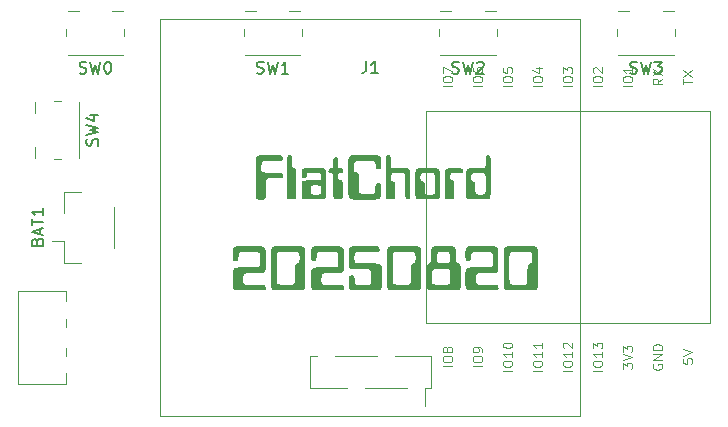
<source format=gbr>
%TF.GenerationSoftware,KiCad,Pcbnew,9.0.0*%
%TF.CreationDate,2025-08-20T16:33:56-07:00*%
%TF.ProjectId,flatchord,666c6174-6368-46f7-9264-2e6b69636164,rev?*%
%TF.SameCoordinates,Original*%
%TF.FileFunction,Legend,Top*%
%TF.FilePolarity,Positive*%
%FSLAX46Y46*%
G04 Gerber Fmt 4.6, Leading zero omitted, Abs format (unit mm)*
G04 Created by KiCad (PCBNEW 9.0.0) date 2025-08-20 16:33:56*
%MOMM*%
%LPD*%
G01*
G04 APERTURE LIST*
%ADD10C,0.300000*%
%ADD11C,0.120000*%
%ADD12C,0.150000*%
%ADD13C,0.100000*%
G04 APERTURE END LIST*
D10*
G36*
X193151605Y-84475966D02*
G01*
X193138833Y-84646116D01*
X193106261Y-84760465D01*
X193059769Y-84834515D01*
X192991043Y-84886376D01*
X192885807Y-84921848D01*
X192729797Y-84935631D01*
X192553944Y-84921947D01*
X192437389Y-84887202D01*
X192363189Y-84837690D01*
X192312610Y-84764711D01*
X192277082Y-84648784D01*
X192263049Y-84472302D01*
X192263049Y-81654228D01*
X192285764Y-81421221D01*
X192318522Y-81336971D01*
X192368806Y-81271988D01*
X192436907Y-81223912D01*
X192528541Y-81191388D01*
X192780111Y-81168429D01*
X194229448Y-81168429D01*
X194388670Y-81187822D01*
X194486277Y-81237013D01*
X194541975Y-81311426D01*
X194561863Y-81419023D01*
X194541443Y-81530206D01*
X194486392Y-81598785D01*
X194397039Y-81637163D01*
X194240683Y-81653007D01*
X193138171Y-81653007D01*
X192933984Y-81672302D01*
X192865422Y-81701146D01*
X192816992Y-81746308D01*
X192784665Y-81808563D01*
X192762526Y-81904089D01*
X192748604Y-82176420D01*
X192762281Y-82426036D01*
X192785542Y-82509442D01*
X192821877Y-82563789D01*
X192875597Y-82600658D01*
X192955722Y-82623872D01*
X193199720Y-82637794D01*
X194212595Y-82637794D01*
X194389582Y-82654137D01*
X194486392Y-82692749D01*
X194545487Y-82763077D01*
X194567480Y-82880083D01*
X194546100Y-82997416D01*
X194489078Y-83067662D01*
X194396091Y-83106235D01*
X194229448Y-83122372D01*
X193569016Y-83122372D01*
X193342114Y-83136294D01*
X193268146Y-83161173D01*
X193216817Y-83204682D01*
X193183241Y-83267001D01*
X193162595Y-83362219D01*
X193151605Y-83639923D01*
X193151605Y-84475966D01*
G37*
G36*
X195721528Y-84435422D02*
G01*
X195707362Y-84675757D01*
X195684742Y-84762768D01*
X195649720Y-84824745D01*
X195599370Y-84870543D01*
X195531751Y-84899972D01*
X195338799Y-84920000D01*
X195176305Y-84910461D01*
X195086252Y-84888248D01*
X195018120Y-84843001D01*
X194962421Y-84764173D01*
X194933600Y-84652554D01*
X194927983Y-84435422D01*
X194927983Y-81502798D01*
X194942200Y-81320619D01*
X194974389Y-81228513D01*
X195036217Y-81173409D01*
X195142916Y-81152798D01*
X195244706Y-81173157D01*
X195305582Y-81228513D01*
X195337949Y-81320611D01*
X195352233Y-81502554D01*
X195352233Y-81996168D01*
X195362187Y-82116596D01*
X195384228Y-82173733D01*
X195429662Y-82210889D01*
X195531018Y-82246517D01*
X195636538Y-82291017D01*
X195686601Y-82339574D01*
X195710547Y-82412329D01*
X195721528Y-82568185D01*
X195721528Y-84435422D01*
G37*
G36*
X198013747Y-82277048D02*
G01*
X198091519Y-82301075D01*
X198145638Y-82340795D01*
X198183074Y-82397461D01*
X198206454Y-82478548D01*
X198220621Y-82713510D01*
X198220621Y-84480362D01*
X198203524Y-84707020D01*
X198178213Y-84785648D01*
X198140020Y-84842086D01*
X198085927Y-84881671D01*
X198008129Y-84905833D01*
X197781960Y-84920000D01*
X196590055Y-84920000D01*
X196366573Y-84902903D01*
X196286107Y-84877133D01*
X196231751Y-84839155D01*
X196193975Y-84784791D01*
X196168248Y-84704089D01*
X196151151Y-84479874D01*
X196151151Y-84024361D01*
X196939078Y-84024361D01*
X196939078Y-84205589D01*
X196947138Y-84364836D01*
X196962025Y-84417136D01*
X196986950Y-84452030D01*
X197075854Y-84489644D01*
X197233635Y-84497948D01*
X197507676Y-84497948D01*
X197659351Y-84486957D01*
X197745568Y-84446413D01*
X197785624Y-84361905D01*
X197796615Y-84211207D01*
X197796615Y-84041458D01*
X197788311Y-83873419D01*
X197774141Y-83817704D01*
X197751186Y-83780607D01*
X197716712Y-83755301D01*
X197664968Y-83740307D01*
X197507676Y-83732002D01*
X197228018Y-83732002D01*
X197060218Y-83748405D01*
X196989881Y-83783538D01*
X196955295Y-83854444D01*
X196939078Y-84024361D01*
X196151151Y-84024361D01*
X196151151Y-83761311D01*
X196165317Y-83526106D01*
X196189479Y-83445218D01*
X196229064Y-83388108D01*
X196285772Y-83348236D01*
X196363886Y-83324361D01*
X196590055Y-83309951D01*
X197507676Y-83309951D01*
X197659351Y-83298960D01*
X197745568Y-83258904D01*
X197785624Y-83172198D01*
X197796615Y-83019790D01*
X197796615Y-82969232D01*
X197788311Y-82816824D01*
X197774145Y-82764372D01*
X197751186Y-82730118D01*
X197717197Y-82707148D01*
X197665212Y-82692993D01*
X197507676Y-82684689D01*
X196836252Y-82684689D01*
X196709540Y-82693119D01*
X196647697Y-82711800D01*
X196609389Y-82751349D01*
X196586636Y-82831723D01*
X196575401Y-82911835D01*
X196537089Y-83023532D01*
X196469744Y-83084939D01*
X196366085Y-83106741D01*
X196259021Y-83087345D01*
X196197801Y-83036399D01*
X196165345Y-82950726D01*
X196151151Y-82783363D01*
X196151151Y-82715708D01*
X196165317Y-82479769D01*
X196189492Y-82398417D01*
X196229064Y-82341039D01*
X196285793Y-82300976D01*
X196363886Y-82277048D01*
X196590055Y-82262637D01*
X197787578Y-82262637D01*
X198013747Y-82277048D01*
G37*
G36*
X198842463Y-81664731D02*
G01*
X198856593Y-81482180D01*
X198888869Y-81387759D01*
X198951007Y-81330369D01*
X199057397Y-81309113D01*
X199163996Y-81329841D01*
X199225680Y-81385317D01*
X199258042Y-81477977D01*
X199272330Y-81661067D01*
X199272330Y-82061625D01*
X199280118Y-82181559D01*
X199295533Y-82226001D01*
X199330779Y-82248257D01*
X199421563Y-82262637D01*
X199547557Y-82280962D01*
X199625488Y-82322647D01*
X199670295Y-82384681D01*
X199686322Y-82473663D01*
X199671016Y-82564257D01*
X199628925Y-82626232D01*
X199557382Y-82666987D01*
X199443789Y-82684689D01*
X199336945Y-82699285D01*
X199295289Y-82721570D01*
X199276176Y-82766251D01*
X199266713Y-82884724D01*
X199266713Y-83002693D01*
X199276662Y-83123372D01*
X199298709Y-83180746D01*
X199344145Y-83217855D01*
X199445498Y-83253286D01*
X199551018Y-83297786D01*
X199601081Y-83346343D01*
X199625032Y-83419338D01*
X199636008Y-83575443D01*
X199636008Y-84434689D01*
X199621842Y-84675268D01*
X199599211Y-84762493D01*
X199564200Y-84824501D01*
X199513830Y-84870494D01*
X199446231Y-84899972D01*
X199253279Y-84920000D01*
X199090408Y-84910532D01*
X198997801Y-84888248D01*
X198928481Y-84842521D01*
X198876901Y-84763928D01*
X198848080Y-84652309D01*
X198842463Y-84434689D01*
X198842463Y-82918674D01*
X198837090Y-82823175D01*
X198829895Y-82755136D01*
X198813886Y-82724256D01*
X198720830Y-82690307D01*
X198648534Y-82684689D01*
X198521039Y-82651165D01*
X198452639Y-82583978D01*
X198428471Y-82476350D01*
X198444118Y-82381613D01*
X198486652Y-82318325D01*
X198558185Y-82278107D01*
X198671249Y-82262637D01*
X198766015Y-82254822D01*
X198816085Y-82218185D01*
X198837090Y-82131723D01*
X198842463Y-81973210D01*
X198842463Y-81664731D01*
G37*
G36*
X202897871Y-84482561D02*
G01*
X202879787Y-84655907D01*
X202832382Y-84775170D01*
X202760607Y-84855275D01*
X202692806Y-84893763D01*
X202612107Y-84918534D01*
X202324877Y-84935631D01*
X200685275Y-84935631D01*
X200394870Y-84915847D01*
X200293287Y-84884341D01*
X200220725Y-84835003D01*
X200169408Y-84765139D01*
X200137683Y-84668674D01*
X200117899Y-84387794D01*
X200117899Y-81682561D01*
X200140614Y-81429769D01*
X200173171Y-81338092D01*
X200220725Y-81271988D01*
X200286969Y-81224177D01*
X200380460Y-81191388D01*
X200634961Y-81168429D01*
X202364200Y-81168429D01*
X202640683Y-81191388D01*
X202739200Y-81225579D01*
X202808967Y-81277606D01*
X202857246Y-81350612D01*
X202886392Y-81454926D01*
X202903489Y-81754612D01*
X202897871Y-82013021D01*
X202881141Y-82170094D01*
X202839986Y-82262393D01*
X202768859Y-82320019D01*
X202660711Y-82340795D01*
X202543309Y-82320541D01*
X202475819Y-82267766D01*
X202437951Y-82179864D01*
X202417934Y-82017418D01*
X202395708Y-81822756D01*
X202370048Y-81758613D01*
X202328297Y-81713335D01*
X202269576Y-81683508D01*
X202177599Y-81664242D01*
X201910886Y-81653007D01*
X201048953Y-81653007D01*
X200808129Y-81669616D01*
X200726391Y-81696681D01*
X200671353Y-81740446D01*
X200634980Y-81803165D01*
X200611758Y-81897739D01*
X200598080Y-82174221D01*
X200603454Y-82364731D01*
X200625191Y-82480746D01*
X200673796Y-82554263D01*
X200761235Y-82606043D01*
X200902896Y-82680048D01*
X200947702Y-82714432D01*
X200977634Y-82758450D01*
X201003524Y-82890586D01*
X201006454Y-83125303D01*
X201006454Y-83828722D01*
X201009141Y-84011416D01*
X201017690Y-84171395D01*
X201034036Y-84275288D01*
X201070879Y-84346420D01*
X201126622Y-84393656D01*
X201254817Y-84433068D01*
X201524738Y-84451053D01*
X201910886Y-84451053D01*
X202191277Y-84437376D01*
X202282876Y-84411205D01*
X202341486Y-84366545D01*
X202378993Y-84299902D01*
X202401081Y-84195331D01*
X202412316Y-83878792D01*
X202428398Y-83716209D01*
X202467271Y-83623314D01*
X202537600Y-83565925D01*
X202655094Y-83544424D01*
X202772588Y-83565925D01*
X202842916Y-83623314D01*
X202881652Y-83716911D01*
X202897871Y-83884898D01*
X202897871Y-84482561D01*
G37*
G36*
X205368143Y-84564382D02*
G01*
X205354021Y-84746967D01*
X205321737Y-84841598D01*
X205259788Y-84898777D01*
X205153210Y-84920000D01*
X205046900Y-84899316D01*
X204987613Y-84844528D01*
X204957496Y-84752685D01*
X204944138Y-84570488D01*
X204944138Y-82973872D01*
X204927860Y-82805836D01*
X204893091Y-82735736D01*
X204823019Y-82700962D01*
X204655198Y-82684689D01*
X204017236Y-82684689D01*
X203849416Y-82700962D01*
X203779344Y-82735736D01*
X203744749Y-82805806D01*
X203728541Y-82973872D01*
X203728541Y-83130676D01*
X203738491Y-83250888D01*
X203760537Y-83307997D01*
X203805970Y-83345153D01*
X203907327Y-83380781D01*
X204012877Y-83425229D01*
X204062909Y-83473593D01*
X204086856Y-83546349D01*
X204097836Y-83702205D01*
X204097836Y-84435910D01*
X204083670Y-84676001D01*
X204061039Y-84762974D01*
X204026029Y-84824745D01*
X203975679Y-84870543D01*
X203908060Y-84899972D01*
X203715108Y-84920000D01*
X203547669Y-84910395D01*
X203456943Y-84888248D01*
X203388811Y-84843001D01*
X203333112Y-84764173D01*
X203304291Y-84652554D01*
X203298674Y-84435422D01*
X203298674Y-81502798D01*
X203312891Y-81320619D01*
X203345080Y-81228513D01*
X203406908Y-81173409D01*
X203513607Y-81152798D01*
X203619728Y-81173516D01*
X203679204Y-81228513D01*
X203709493Y-81320375D01*
X203722923Y-81502554D01*
X203722923Y-82012533D01*
X203738240Y-82146036D01*
X203773726Y-82211835D01*
X203839941Y-82247174D01*
X203978157Y-82262637D01*
X204929483Y-82262637D01*
X205155408Y-82277048D01*
X205233691Y-82300945D01*
X205290230Y-82340795D01*
X205329938Y-82397728D01*
X205353977Y-82478548D01*
X205368143Y-82713510D01*
X205368143Y-84564382D01*
G37*
G36*
X207659385Y-82277048D02*
G01*
X207739696Y-82301219D01*
X207794207Y-82340795D01*
X207831644Y-82397461D01*
X207855024Y-82478548D01*
X207869190Y-82713510D01*
X207869190Y-84480362D01*
X207852093Y-84707020D01*
X207826783Y-84785648D01*
X207788590Y-84842086D01*
X207734497Y-84881671D01*
X207656699Y-84905833D01*
X207430530Y-84920000D01*
X206238625Y-84920000D01*
X206015143Y-84905833D01*
X205934975Y-84881551D01*
X205880321Y-84842086D01*
X205842262Y-84785675D01*
X205816817Y-84707020D01*
X205799720Y-84480362D01*
X205799720Y-82974117D01*
X206223970Y-82974117D01*
X206223970Y-83131409D01*
X206233924Y-83251837D01*
X206255966Y-83308974D01*
X206301400Y-83346130D01*
X206402756Y-83381758D01*
X206508275Y-83426258D01*
X206558339Y-83474815D01*
X206582285Y-83547570D01*
X206593265Y-83703426D01*
X206593265Y-84208520D01*
X206601325Y-84366057D01*
X206616200Y-84417891D01*
X206641137Y-84452519D01*
X206730041Y-84489888D01*
X206887578Y-84497948D01*
X207156245Y-84497948D01*
X207307920Y-84486957D01*
X207394138Y-84446901D01*
X207434193Y-84360439D01*
X207445184Y-84208520D01*
X207445184Y-82974117D01*
X207429678Y-82805539D01*
X207396824Y-82735736D01*
X207329025Y-82701068D01*
X207161863Y-82684689D01*
X206512665Y-82684689D01*
X206344845Y-82700962D01*
X206274773Y-82735736D01*
X206240183Y-82805834D01*
X206223970Y-82974117D01*
X205799720Y-82974117D01*
X205799720Y-82713510D01*
X205813886Y-82478548D01*
X205838060Y-82397703D01*
X205877634Y-82340795D01*
X205934342Y-82300922D01*
X206012456Y-82277048D01*
X206238625Y-82262637D01*
X207430530Y-82262637D01*
X207659385Y-82277048D01*
G37*
G36*
X209094312Y-84434689D02*
G01*
X209080146Y-84675268D01*
X209057516Y-84762493D01*
X209022505Y-84824501D01*
X208972134Y-84870494D01*
X208904535Y-84899972D01*
X208711584Y-84920000D01*
X208549089Y-84910461D01*
X208459036Y-84888248D01*
X208390904Y-84843001D01*
X208335205Y-84764173D01*
X208306385Y-84652554D01*
X208300767Y-84435422D01*
X208300767Y-82713510D01*
X208314933Y-82478548D01*
X208339107Y-82397703D01*
X208378681Y-82340795D01*
X208435388Y-82300922D01*
X208513503Y-82277048D01*
X208739672Y-82262637D01*
X209450418Y-82262637D01*
X209632322Y-82276755D01*
X209726657Y-82309043D01*
X209784132Y-82369932D01*
X209805059Y-82470976D01*
X209783450Y-82581173D01*
X209726413Y-82641458D01*
X209632352Y-82671497D01*
X209450418Y-82684689D01*
X209013712Y-82684689D01*
X208845892Y-82700962D01*
X208775819Y-82735736D01*
X208741224Y-82806066D01*
X208725017Y-82974605D01*
X208725017Y-83002693D01*
X208734967Y-83123372D01*
X208757013Y-83180746D01*
X208802450Y-83217855D01*
X208903803Y-83253286D01*
X209009322Y-83297786D01*
X209059385Y-83346343D01*
X209083336Y-83419338D01*
X209094312Y-83575443D01*
X209094312Y-84434689D01*
G37*
G36*
X212052577Y-81173800D02*
G01*
X212112665Y-81228513D01*
X212142778Y-81320385D01*
X212156140Y-81502798D01*
X212156140Y-84480362D01*
X212139043Y-84695785D01*
X212112926Y-84774348D01*
X212072609Y-84830851D01*
X212016826Y-84871791D01*
X211940963Y-84899972D01*
X211728715Y-84920000D01*
X210525575Y-84920000D01*
X210302093Y-84905833D01*
X210221925Y-84881551D01*
X210167271Y-84842086D01*
X210129213Y-84785675D01*
X210103768Y-84707020D01*
X210086671Y-84480362D01*
X210086671Y-82974117D01*
X210510921Y-82974117D01*
X210510921Y-83131409D01*
X210520875Y-83251837D01*
X210542916Y-83308974D01*
X210588350Y-83346130D01*
X210689706Y-83381758D01*
X210795226Y-83426258D01*
X210845289Y-83474815D01*
X210869235Y-83547570D01*
X210880216Y-83703426D01*
X210880216Y-84208520D01*
X210888276Y-84366057D01*
X210903150Y-84417891D01*
X210928087Y-84452519D01*
X211016992Y-84489888D01*
X211174528Y-84497948D01*
X211443196Y-84497948D01*
X211594870Y-84486957D01*
X211684019Y-84446901D01*
X211709885Y-84412260D01*
X211726762Y-84360439D01*
X211737752Y-84208520D01*
X211737752Y-82974117D01*
X211721470Y-82805864D01*
X211686706Y-82735736D01*
X211616633Y-82700962D01*
X211448813Y-82684689D01*
X210799616Y-82684689D01*
X210631796Y-82700962D01*
X210561723Y-82735736D01*
X210527133Y-82805834D01*
X210510921Y-82974117D01*
X210086671Y-82974117D01*
X210086671Y-82707892D01*
X210100837Y-82478548D01*
X210125010Y-82397703D01*
X210164584Y-82340795D01*
X210221292Y-82300922D01*
X210299406Y-82277048D01*
X210525575Y-82262637D01*
X211482519Y-82262637D01*
X211619856Y-82247077D01*
X211683775Y-82211835D01*
X211717474Y-82146323D01*
X211732135Y-82012533D01*
X211732135Y-81502554D01*
X211746348Y-81320591D01*
X211778541Y-81228513D01*
X211839417Y-81173157D01*
X211941207Y-81152798D01*
X212052577Y-81173800D01*
G37*
G36*
X193115177Y-90664836D02*
G01*
X193106866Y-90828975D01*
X193086601Y-90930816D01*
X193047707Y-91014046D01*
X192989148Y-91079316D01*
X192920762Y-91121823D01*
X192837962Y-91147948D01*
X192553419Y-91165045D01*
X191685868Y-91165045D01*
X191425261Y-91178722D01*
X191341513Y-91204389D01*
X191286043Y-91249309D01*
X191250562Y-91315185D01*
X191229134Y-91419302D01*
X191218143Y-91733642D01*
X191237194Y-91957369D01*
X191266590Y-92023777D01*
X191316085Y-92074605D01*
X191364445Y-92107090D01*
X191437962Y-92123210D01*
X191560327Y-92131514D01*
X191753035Y-92134200D01*
X192659665Y-92134200D01*
X192881437Y-92137131D01*
X192986706Y-92157159D01*
X193044522Y-92184803D01*
X193093928Y-92235561D01*
X193126132Y-92301439D01*
X193137404Y-92382840D01*
X193115309Y-92499589D01*
X193056315Y-92567976D01*
X192958510Y-92604262D01*
X192771528Y-92620000D01*
X190846406Y-92620000D01*
X190581158Y-92600216D01*
X190487748Y-92568908D01*
X190421179Y-92519616D01*
X190374300Y-92450164D01*
X190343510Y-92351332D01*
X190323726Y-92069476D01*
X190323726Y-91218778D01*
X190337892Y-90956706D01*
X190360391Y-90878377D01*
X190397976Y-90811137D01*
X190468923Y-90743136D01*
X190552581Y-90702205D01*
X190656486Y-90682111D01*
X190835415Y-90673628D01*
X192122330Y-90673628D01*
X192284752Y-90673628D01*
X192469399Y-90654577D01*
X192530643Y-90627039D01*
X192575157Y-90584480D01*
X192604535Y-90525280D01*
X192623761Y-90430851D01*
X192634996Y-90161207D01*
X192634996Y-89853217D01*
X192621318Y-89581130D01*
X192597420Y-89490566D01*
X192558792Y-89430676D01*
X192501620Y-89390029D01*
X192416643Y-89365708D01*
X192161653Y-89351786D01*
X191260642Y-89351786D01*
X191035938Y-89365708D01*
X190956724Y-89386583D01*
X190901849Y-89417243D01*
X190860899Y-89460934D01*
X190834193Y-89517871D01*
X190815143Y-89685666D01*
X190809525Y-89808764D01*
X190789977Y-89990192D01*
X190754570Y-90082316D01*
X190689157Y-90136850D01*
X190572365Y-90157787D01*
X190441311Y-90134850D01*
X190373063Y-90076699D01*
X190339211Y-89975026D01*
X190323726Y-89758206D01*
X190323726Y-89416755D01*
X190343510Y-89134654D01*
X190375691Y-89036637D01*
X190426796Y-88969057D01*
X190499771Y-88922483D01*
X190606315Y-88891632D01*
X190913572Y-88871849D01*
X192508478Y-88871849D01*
X192809874Y-88888946D01*
X192907564Y-88914271D01*
X192977669Y-88951472D01*
X193046057Y-89011800D01*
X193089532Y-89095087D01*
X193109560Y-89222826D01*
X193115177Y-89416755D01*
X193115177Y-90664836D01*
G37*
G36*
X196206071Y-88891632D02*
G01*
X196304801Y-88922910D01*
X196374354Y-88971988D01*
X196423289Y-89041931D01*
X196454710Y-89143203D01*
X196474494Y-89427990D01*
X196474494Y-92108555D01*
X196454466Y-92365498D01*
X196423508Y-92456420D01*
X196374110Y-92522791D01*
X196305213Y-92569733D01*
X196208757Y-92600216D01*
X195935205Y-92620000D01*
X194138799Y-92620000D01*
X193845464Y-92600216D01*
X193742344Y-92567431D01*
X193671318Y-92514242D01*
X193622419Y-92439129D01*
X193591207Y-92334724D01*
X193571423Y-92035771D01*
X193571423Y-89870069D01*
X194056978Y-89870069D01*
X194056978Y-91582456D01*
X194067969Y-91883119D01*
X194086860Y-91985705D01*
X194114131Y-92047739D01*
X194158043Y-92090603D01*
X194225505Y-92115150D01*
X194435310Y-92128583D01*
X195022958Y-92128583D01*
X195337299Y-92117592D01*
X195440834Y-92096638D01*
X195501674Y-92063614D01*
X195542233Y-92011282D01*
X195566643Y-91930013D01*
X195580321Y-91677711D01*
X195580321Y-90916650D01*
X195585938Y-90726385D01*
X195591556Y-90554438D01*
X195620621Y-90445505D01*
X195686810Y-90373210D01*
X195803558Y-90316057D01*
X195909042Y-90260127D01*
X195956454Y-90210300D01*
X195978873Y-90140636D01*
X195988939Y-89998785D01*
X195994556Y-89769441D01*
X195977948Y-89559148D01*
X195953140Y-89483670D01*
X195915666Y-89430921D01*
X195862363Y-89393513D01*
X195784508Y-89368394D01*
X195565910Y-89351786D01*
X194536182Y-89351786D01*
X194267027Y-89365708D01*
X194180185Y-89390277D01*
X194124877Y-89430676D01*
X194089355Y-89490440D01*
X194067969Y-89583817D01*
X194056978Y-89870069D01*
X193571423Y-89870069D01*
X193571423Y-89427990D01*
X193591207Y-89131967D01*
X193621396Y-89045439D01*
X193668632Y-88980293D01*
X193739158Y-88927912D01*
X193828367Y-88894563D01*
X193938996Y-88878633D01*
X194133182Y-88871849D01*
X195923970Y-88871849D01*
X196206071Y-88891632D01*
G37*
G36*
X199739043Y-90664836D02*
G01*
X199730732Y-90828975D01*
X199710467Y-90930816D01*
X199671573Y-91014046D01*
X199613014Y-91079316D01*
X199544628Y-91121823D01*
X199461828Y-91147948D01*
X199177285Y-91165045D01*
X198309734Y-91165045D01*
X198049127Y-91178722D01*
X197965379Y-91204389D01*
X197909909Y-91249309D01*
X197874428Y-91315185D01*
X197853000Y-91419302D01*
X197842009Y-91733642D01*
X197861060Y-91957369D01*
X197890456Y-92023777D01*
X197939951Y-92074605D01*
X197988311Y-92107090D01*
X198061828Y-92123210D01*
X198184193Y-92131514D01*
X198376901Y-92134200D01*
X199283531Y-92134200D01*
X199505303Y-92137131D01*
X199610572Y-92157159D01*
X199668388Y-92184803D01*
X199717794Y-92235561D01*
X199749998Y-92301439D01*
X199761270Y-92382840D01*
X199739175Y-92499589D01*
X199680181Y-92567976D01*
X199582376Y-92604262D01*
X199395394Y-92620000D01*
X197470272Y-92620000D01*
X197205024Y-92600216D01*
X197111614Y-92568908D01*
X197045045Y-92519616D01*
X196998166Y-92450164D01*
X196967376Y-92351332D01*
X196947592Y-92069476D01*
X196947592Y-91218778D01*
X196961758Y-90956706D01*
X196984257Y-90878377D01*
X197021842Y-90811137D01*
X197092789Y-90743136D01*
X197176448Y-90702205D01*
X197280352Y-90682111D01*
X197459281Y-90673628D01*
X198746196Y-90673628D01*
X198908618Y-90673628D01*
X199093265Y-90654577D01*
X199154509Y-90627039D01*
X199199023Y-90584480D01*
X199228401Y-90525280D01*
X199247627Y-90430851D01*
X199258862Y-90161207D01*
X199258862Y-89853217D01*
X199245184Y-89581130D01*
X199221286Y-89490566D01*
X199182658Y-89430676D01*
X199125486Y-89390029D01*
X199040509Y-89365708D01*
X198785519Y-89351786D01*
X197884508Y-89351786D01*
X197659804Y-89365708D01*
X197580590Y-89386583D01*
X197525715Y-89417243D01*
X197484765Y-89460934D01*
X197458060Y-89517871D01*
X197439009Y-89685666D01*
X197433391Y-89808764D01*
X197413843Y-89990192D01*
X197378436Y-90082316D01*
X197313023Y-90136850D01*
X197196231Y-90157787D01*
X197065177Y-90134850D01*
X196996929Y-90076699D01*
X196963077Y-89975026D01*
X196947592Y-89758206D01*
X196947592Y-89416755D01*
X196967376Y-89134654D01*
X196999557Y-89036637D01*
X197050662Y-88969057D01*
X197123637Y-88922483D01*
X197230181Y-88891632D01*
X197537438Y-88871849D01*
X199132344Y-88871849D01*
X199433740Y-88888946D01*
X199531430Y-88914271D01*
X199601535Y-88951472D01*
X199669923Y-89011800D01*
X199713398Y-89095087D01*
X199733426Y-89222826D01*
X199739043Y-89416755D01*
X199739043Y-90664836D01*
G37*
G36*
X202947418Y-92013300D02*
G01*
X202927390Y-92329106D01*
X202895862Y-92438374D01*
X202847034Y-92514242D01*
X202776977Y-92567706D01*
X202678750Y-92600216D01*
X202391032Y-92620000D01*
X200740195Y-92620000D01*
X200438555Y-92600216D01*
X200332287Y-92568699D01*
X200259036Y-92519860D01*
X200207785Y-92449900D01*
X200175750Y-92351577D01*
X200155966Y-92063859D01*
X200155966Y-91744877D01*
X200164515Y-91524815D01*
X200208234Y-91421011D01*
X200289667Y-91356285D01*
X200398988Y-91334061D01*
X200516629Y-91354774D01*
X200586566Y-91409532D01*
X200625398Y-91500274D01*
X200641765Y-91666475D01*
X200655443Y-91913649D01*
X200677307Y-91997345D01*
X200709665Y-92053112D01*
X200757586Y-92092579D01*
X200826657Y-92117836D01*
X201031332Y-92134200D01*
X201585275Y-92134200D01*
X201835136Y-92120523D01*
X201920591Y-92097412D01*
X201977041Y-92060928D01*
X202015760Y-92007002D01*
X202039323Y-91927327D01*
X202053244Y-91694319D01*
X202053244Y-91291563D01*
X202039323Y-91030711D01*
X202014393Y-90946032D01*
X201971667Y-90888806D01*
X201908105Y-90851310D01*
X201807048Y-90829211D01*
X201506873Y-90817976D01*
X200717969Y-90817976D01*
X200430251Y-90798192D01*
X200330972Y-90767716D01*
X200259281Y-90720767D01*
X200208025Y-90653588D01*
X200175994Y-90558101D01*
X200155966Y-90284305D01*
X200155966Y-89332979D01*
X200178681Y-89109253D01*
X200211582Y-89028237D01*
X200261967Y-88966127D01*
X200330418Y-88921306D01*
X200424633Y-88891632D01*
X200678646Y-88871849D01*
X202368806Y-88871849D01*
X202580944Y-88888724D01*
X202687055Y-88926803D01*
X202750434Y-88998557D01*
X202774005Y-89120244D01*
X202753302Y-89237930D01*
X202698534Y-89308066D01*
X202607170Y-89346598D01*
X202435973Y-89363021D01*
X201087264Y-89363021D01*
X200837648Y-89379630D01*
X200757998Y-89403291D01*
X200712351Y-89433363D01*
X200681978Y-89485905D01*
X200655443Y-89584061D01*
X200636147Y-89881304D01*
X200652512Y-90119685D01*
X200678936Y-90199150D01*
X200720411Y-90253286D01*
X200779465Y-90290570D01*
X200865491Y-90315812D01*
X201120725Y-90332421D01*
X202363189Y-90332421D01*
X202661898Y-90352205D01*
X202766241Y-90383483D01*
X202841172Y-90432561D01*
X202894831Y-90502240D01*
X202927390Y-90598157D01*
X202947418Y-90877327D01*
X202947418Y-92013300D01*
G37*
G36*
X206018771Y-88891632D02*
G01*
X206117502Y-88922910D01*
X206187055Y-88971988D01*
X206235990Y-89041931D01*
X206267411Y-89143203D01*
X206287194Y-89427990D01*
X206287194Y-92108555D01*
X206267166Y-92365498D01*
X206236208Y-92456420D01*
X206186810Y-92522791D01*
X206117913Y-92569733D01*
X206021458Y-92600216D01*
X205747906Y-92620000D01*
X203951500Y-92620000D01*
X203658164Y-92600216D01*
X203555045Y-92567431D01*
X203484019Y-92514242D01*
X203435120Y-92439129D01*
X203403907Y-92334724D01*
X203384124Y-92035771D01*
X203384124Y-89870069D01*
X203869678Y-89870069D01*
X203869678Y-91582456D01*
X203880669Y-91883119D01*
X203899561Y-91985705D01*
X203926831Y-92047739D01*
X203970743Y-92090603D01*
X204038206Y-92115150D01*
X204248011Y-92128583D01*
X204835659Y-92128583D01*
X205150000Y-92117592D01*
X205253535Y-92096638D01*
X205314375Y-92063614D01*
X205354933Y-92011282D01*
X205379344Y-91930013D01*
X205393021Y-91677711D01*
X205393021Y-90916650D01*
X205398639Y-90726385D01*
X205404256Y-90554438D01*
X205433321Y-90445505D01*
X205499511Y-90373210D01*
X205616259Y-90316057D01*
X205721743Y-90260127D01*
X205769155Y-90210300D01*
X205791574Y-90140636D01*
X205801639Y-89998785D01*
X205807257Y-89769441D01*
X205790648Y-89559148D01*
X205765841Y-89483670D01*
X205728367Y-89430921D01*
X205675063Y-89393513D01*
X205597208Y-89368394D01*
X205378611Y-89351786D01*
X204348883Y-89351786D01*
X204079727Y-89365708D01*
X203992885Y-89390277D01*
X203937578Y-89430676D01*
X203902055Y-89490440D01*
X203880669Y-89583817D01*
X203869678Y-89870069D01*
X203384124Y-89870069D01*
X203384124Y-89427990D01*
X203403907Y-89131967D01*
X203434097Y-89045439D01*
X203481332Y-88980293D01*
X203551859Y-88927912D01*
X203641067Y-88894563D01*
X203751696Y-88878633D01*
X203945882Y-88871849D01*
X205736671Y-88871849D01*
X206018771Y-88891632D01*
G37*
G36*
X208961653Y-88894563D02*
G01*
X209052545Y-88927807D01*
X209118457Y-88977850D01*
X209165914Y-89047080D01*
X209198813Y-89146133D01*
X209221528Y-89416755D01*
X209221528Y-89870069D01*
X209227145Y-90051053D01*
X209248883Y-90163893D01*
X209292358Y-90237166D01*
X209363189Y-90294075D01*
X209435729Y-90333398D01*
X209535380Y-90404717D01*
X209595708Y-90502170D01*
X209624528Y-90658241D01*
X209630146Y-90905415D01*
X209630146Y-92164487D01*
X209615661Y-92339933D01*
X209579051Y-92454237D01*
X209526831Y-92525478D01*
X209450932Y-92572577D01*
X209327144Y-92606452D01*
X209135310Y-92620000D01*
X207266364Y-92620000D01*
X206995498Y-92597285D01*
X206896593Y-92564464D01*
X206827215Y-92517173D01*
X206777161Y-92451060D01*
X206743928Y-92360125D01*
X206721214Y-92102937D01*
X206721214Y-91224396D01*
X207212630Y-91224396D01*
X207212630Y-91744877D01*
X207234618Y-91963561D01*
X207282972Y-92061172D01*
X207376731Y-92111743D01*
X207579727Y-92134200D01*
X208206454Y-92134200D01*
X208492707Y-92123210D01*
X208586704Y-92102066D01*
X208648778Y-92066301D01*
X208691690Y-92011874D01*
X208716434Y-91932700D01*
X208730355Y-91683328D01*
X208730355Y-91224396D01*
X208716434Y-91002868D01*
X208693596Y-90928111D01*
X208656838Y-90877571D01*
X208603945Y-90842909D01*
X208525924Y-90820662D01*
X208301465Y-90806985D01*
X207596336Y-90806985D01*
X207400209Y-90823349D01*
X207333228Y-90847940D01*
X207285903Y-90885631D01*
X207252731Y-90937849D01*
X207228995Y-91013859D01*
X207212630Y-91224396D01*
X206721214Y-91224396D01*
X206721214Y-90754228D01*
X206734704Y-90581195D01*
X206766887Y-90481898D01*
X206828786Y-90402701D01*
X206943475Y-90316789D01*
X207048255Y-90250600D01*
X207102233Y-90180258D01*
X207124214Y-90064975D01*
X207129832Y-89875687D01*
X207129832Y-89842226D01*
X207615387Y-89842226D01*
X207626378Y-90100635D01*
X207646378Y-90189186D01*
X207677913Y-90245471D01*
X207725029Y-90285305D01*
X207789288Y-90310439D01*
X207988101Y-90326803D01*
X208363014Y-90326803D01*
X208558897Y-90310439D01*
X208625330Y-90284995D01*
X208670516Y-90245471D01*
X208699968Y-90189451D01*
X208719120Y-90100635D01*
X208730355Y-89842226D01*
X208719120Y-89583817D01*
X208699959Y-89494785D01*
X208670516Y-89438736D01*
X208625325Y-89399267D01*
X208558897Y-89374012D01*
X208363014Y-89357404D01*
X207988101Y-89357404D01*
X207789288Y-89374012D01*
X207725034Y-89398958D01*
X207677913Y-89438736D01*
X207646387Y-89495050D01*
X207626378Y-89583817D01*
X207615387Y-89842226D01*
X207129832Y-89842226D01*
X207129832Y-89422372D01*
X207149616Y-89146133D01*
X207178885Y-89046764D01*
X207221179Y-88977850D01*
X207281730Y-88927775D01*
X207366992Y-88894563D01*
X207607571Y-88871849D01*
X208710083Y-88871849D01*
X208961653Y-88894563D01*
G37*
G36*
X212814829Y-90664836D02*
G01*
X212806517Y-90828975D01*
X212786252Y-90930816D01*
X212747358Y-91014046D01*
X212688799Y-91079316D01*
X212620413Y-91121823D01*
X212537613Y-91147948D01*
X212253070Y-91165045D01*
X211385519Y-91165045D01*
X211124912Y-91178722D01*
X211041164Y-91204389D01*
X210985694Y-91249309D01*
X210950213Y-91315185D01*
X210928785Y-91419302D01*
X210917794Y-91733642D01*
X210936845Y-91957369D01*
X210966241Y-92023777D01*
X211015736Y-92074605D01*
X211064096Y-92107090D01*
X211137613Y-92123210D01*
X211259979Y-92131514D01*
X211452686Y-92134200D01*
X212359316Y-92134200D01*
X212581088Y-92137131D01*
X212686357Y-92157159D01*
X212744173Y-92184803D01*
X212793579Y-92235561D01*
X212825783Y-92301439D01*
X212837055Y-92382840D01*
X212814960Y-92499589D01*
X212755966Y-92567976D01*
X212658161Y-92604262D01*
X212471179Y-92620000D01*
X210546057Y-92620000D01*
X210280809Y-92600216D01*
X210187399Y-92568908D01*
X210120830Y-92519616D01*
X210073951Y-92450164D01*
X210043161Y-92351332D01*
X210023377Y-92069476D01*
X210023377Y-91218778D01*
X210037543Y-90956706D01*
X210060042Y-90878377D01*
X210097627Y-90811137D01*
X210168574Y-90743136D01*
X210252233Y-90702205D01*
X210356137Y-90682111D01*
X210535066Y-90673628D01*
X211821981Y-90673628D01*
X211984403Y-90673628D01*
X212169050Y-90654577D01*
X212230294Y-90627039D01*
X212274808Y-90584480D01*
X212304187Y-90525280D01*
X212323412Y-90430851D01*
X212334647Y-90161207D01*
X212334647Y-89853217D01*
X212320969Y-89581130D01*
X212297071Y-89490566D01*
X212258443Y-89430676D01*
X212201271Y-89390029D01*
X212116294Y-89365708D01*
X211861304Y-89351786D01*
X210960293Y-89351786D01*
X210735589Y-89365708D01*
X210656376Y-89386583D01*
X210601500Y-89417243D01*
X210560550Y-89460934D01*
X210533845Y-89517871D01*
X210514794Y-89685666D01*
X210509176Y-89808764D01*
X210489628Y-89990192D01*
X210454221Y-90082316D01*
X210388808Y-90136850D01*
X210272016Y-90157787D01*
X210140962Y-90134850D01*
X210072714Y-90076699D01*
X210038862Y-89975026D01*
X210023377Y-89758206D01*
X210023377Y-89416755D01*
X210043161Y-89134654D01*
X210075342Y-89036637D01*
X210126448Y-88969057D01*
X210199422Y-88922483D01*
X210305966Y-88891632D01*
X210613224Y-88871849D01*
X212208129Y-88871849D01*
X212509525Y-88888946D01*
X212607216Y-88914271D01*
X212677320Y-88951472D01*
X212745708Y-89011800D01*
X212789183Y-89095087D01*
X212809211Y-89222826D01*
X212814829Y-89416755D01*
X212814829Y-90664836D01*
G37*
G36*
X215905722Y-88891632D02*
G01*
X216004452Y-88922910D01*
X216074005Y-88971988D01*
X216122940Y-89041931D01*
X216154361Y-89143203D01*
X216174145Y-89427990D01*
X216174145Y-92108555D01*
X216154117Y-92365498D01*
X216123159Y-92456420D01*
X216073761Y-92522791D01*
X216004864Y-92569733D01*
X215908408Y-92600216D01*
X215634856Y-92620000D01*
X213838450Y-92620000D01*
X213545115Y-92600216D01*
X213441995Y-92567431D01*
X213370969Y-92514242D01*
X213322070Y-92439129D01*
X213290858Y-92334724D01*
X213271074Y-92035771D01*
X213271074Y-89870069D01*
X213756629Y-89870069D01*
X213756629Y-91582456D01*
X213767620Y-91883119D01*
X213786511Y-91985705D01*
X213813782Y-92047739D01*
X213857694Y-92090603D01*
X213925157Y-92115150D01*
X214134961Y-92128583D01*
X214722609Y-92128583D01*
X215036950Y-92117592D01*
X215140485Y-92096638D01*
X215201325Y-92063614D01*
X215241884Y-92011282D01*
X215266294Y-91930013D01*
X215279972Y-91677711D01*
X215279972Y-90916650D01*
X215285589Y-90726385D01*
X215291207Y-90554438D01*
X215320272Y-90445505D01*
X215386461Y-90373210D01*
X215503210Y-90316057D01*
X215608694Y-90260127D01*
X215656106Y-90210300D01*
X215678524Y-90140636D01*
X215688590Y-89998785D01*
X215694207Y-89769441D01*
X215677599Y-89559148D01*
X215652791Y-89483670D01*
X215615317Y-89430921D01*
X215562014Y-89393513D01*
X215484159Y-89368394D01*
X215265561Y-89351786D01*
X214235833Y-89351786D01*
X213966678Y-89365708D01*
X213879836Y-89390277D01*
X213824528Y-89430676D01*
X213789006Y-89490440D01*
X213767620Y-89583817D01*
X213756629Y-89870069D01*
X213271074Y-89870069D01*
X213271074Y-89427990D01*
X213290858Y-89131967D01*
X213321047Y-89045439D01*
X213368283Y-88980293D01*
X213438809Y-88927912D01*
X213528018Y-88894563D01*
X213638647Y-88878633D01*
X213832833Y-88871849D01*
X215623621Y-88871849D01*
X215905722Y-88891632D01*
G37*
D11*
X221623855Y-99430951D02*
X220823855Y-99430951D01*
X220823855Y-98897618D02*
X220823855Y-98745237D01*
X220823855Y-98745237D02*
X220861950Y-98669047D01*
X220861950Y-98669047D02*
X220938140Y-98592856D01*
X220938140Y-98592856D02*
X221090521Y-98554761D01*
X221090521Y-98554761D02*
X221357188Y-98554761D01*
X221357188Y-98554761D02*
X221509569Y-98592856D01*
X221509569Y-98592856D02*
X221585760Y-98669047D01*
X221585760Y-98669047D02*
X221623855Y-98745237D01*
X221623855Y-98745237D02*
X221623855Y-98897618D01*
X221623855Y-98897618D02*
X221585760Y-98973809D01*
X221585760Y-98973809D02*
X221509569Y-99049999D01*
X221509569Y-99049999D02*
X221357188Y-99088095D01*
X221357188Y-99088095D02*
X221090521Y-99088095D01*
X221090521Y-99088095D02*
X220938140Y-99049999D01*
X220938140Y-99049999D02*
X220861950Y-98973809D01*
X220861950Y-98973809D02*
X220823855Y-98897618D01*
X221623855Y-97792857D02*
X221623855Y-98250000D01*
X221623855Y-98021428D02*
X220823855Y-98021428D01*
X220823855Y-98021428D02*
X220938140Y-98097619D01*
X220938140Y-98097619D02*
X221014331Y-98173809D01*
X221014331Y-98173809D02*
X221052426Y-98250000D01*
X220823855Y-97526190D02*
X220823855Y-97030952D01*
X220823855Y-97030952D02*
X221128617Y-97297618D01*
X221128617Y-97297618D02*
X221128617Y-97183333D01*
X221128617Y-97183333D02*
X221166712Y-97107142D01*
X221166712Y-97107142D02*
X221204807Y-97069047D01*
X221204807Y-97069047D02*
X221280998Y-97030952D01*
X221280998Y-97030952D02*
X221471474Y-97030952D01*
X221471474Y-97030952D02*
X221547664Y-97069047D01*
X221547664Y-97069047D02*
X221585760Y-97107142D01*
X221585760Y-97107142D02*
X221623855Y-97183333D01*
X221623855Y-97183333D02*
X221623855Y-97411904D01*
X221623855Y-97411904D02*
X221585760Y-97488095D01*
X221585760Y-97488095D02*
X221547664Y-97526190D01*
X211463855Y-75349999D02*
X210663855Y-75349999D01*
X210663855Y-74816666D02*
X210663855Y-74664285D01*
X210663855Y-74664285D02*
X210701950Y-74588095D01*
X210701950Y-74588095D02*
X210778140Y-74511904D01*
X210778140Y-74511904D02*
X210930521Y-74473809D01*
X210930521Y-74473809D02*
X211197188Y-74473809D01*
X211197188Y-74473809D02*
X211349569Y-74511904D01*
X211349569Y-74511904D02*
X211425760Y-74588095D01*
X211425760Y-74588095D02*
X211463855Y-74664285D01*
X211463855Y-74664285D02*
X211463855Y-74816666D01*
X211463855Y-74816666D02*
X211425760Y-74892857D01*
X211425760Y-74892857D02*
X211349569Y-74969047D01*
X211349569Y-74969047D02*
X211197188Y-75007143D01*
X211197188Y-75007143D02*
X210930521Y-75007143D01*
X210930521Y-75007143D02*
X210778140Y-74969047D01*
X210778140Y-74969047D02*
X210701950Y-74892857D01*
X210701950Y-74892857D02*
X210663855Y-74816666D01*
X210663855Y-73788095D02*
X210663855Y-73940476D01*
X210663855Y-73940476D02*
X210701950Y-74016667D01*
X210701950Y-74016667D02*
X210740045Y-74054762D01*
X210740045Y-74054762D02*
X210854331Y-74130952D01*
X210854331Y-74130952D02*
X211006712Y-74169048D01*
X211006712Y-74169048D02*
X211311474Y-74169048D01*
X211311474Y-74169048D02*
X211387664Y-74130952D01*
X211387664Y-74130952D02*
X211425760Y-74092857D01*
X211425760Y-74092857D02*
X211463855Y-74016667D01*
X211463855Y-74016667D02*
X211463855Y-73864286D01*
X211463855Y-73864286D02*
X211425760Y-73788095D01*
X211425760Y-73788095D02*
X211387664Y-73750000D01*
X211387664Y-73750000D02*
X211311474Y-73711905D01*
X211311474Y-73711905D02*
X211120998Y-73711905D01*
X211120998Y-73711905D02*
X211044807Y-73750000D01*
X211044807Y-73750000D02*
X211006712Y-73788095D01*
X211006712Y-73788095D02*
X210968617Y-73864286D01*
X210968617Y-73864286D02*
X210968617Y-74016667D01*
X210968617Y-74016667D02*
X211006712Y-74092857D01*
X211006712Y-74092857D02*
X211044807Y-74130952D01*
X211044807Y-74130952D02*
X211120998Y-74169048D01*
X208923855Y-99049999D02*
X208123855Y-99049999D01*
X208123855Y-98516666D02*
X208123855Y-98364285D01*
X208123855Y-98364285D02*
X208161950Y-98288095D01*
X208161950Y-98288095D02*
X208238140Y-98211904D01*
X208238140Y-98211904D02*
X208390521Y-98173809D01*
X208390521Y-98173809D02*
X208657188Y-98173809D01*
X208657188Y-98173809D02*
X208809569Y-98211904D01*
X208809569Y-98211904D02*
X208885760Y-98288095D01*
X208885760Y-98288095D02*
X208923855Y-98364285D01*
X208923855Y-98364285D02*
X208923855Y-98516666D01*
X208923855Y-98516666D02*
X208885760Y-98592857D01*
X208885760Y-98592857D02*
X208809569Y-98669047D01*
X208809569Y-98669047D02*
X208657188Y-98707143D01*
X208657188Y-98707143D02*
X208390521Y-98707143D01*
X208390521Y-98707143D02*
X208238140Y-98669047D01*
X208238140Y-98669047D02*
X208161950Y-98592857D01*
X208161950Y-98592857D02*
X208123855Y-98516666D01*
X208466712Y-97716667D02*
X208428617Y-97792857D01*
X208428617Y-97792857D02*
X208390521Y-97830952D01*
X208390521Y-97830952D02*
X208314331Y-97869048D01*
X208314331Y-97869048D02*
X208276236Y-97869048D01*
X208276236Y-97869048D02*
X208200045Y-97830952D01*
X208200045Y-97830952D02*
X208161950Y-97792857D01*
X208161950Y-97792857D02*
X208123855Y-97716667D01*
X208123855Y-97716667D02*
X208123855Y-97564286D01*
X208123855Y-97564286D02*
X208161950Y-97488095D01*
X208161950Y-97488095D02*
X208200045Y-97450000D01*
X208200045Y-97450000D02*
X208276236Y-97411905D01*
X208276236Y-97411905D02*
X208314331Y-97411905D01*
X208314331Y-97411905D02*
X208390521Y-97450000D01*
X208390521Y-97450000D02*
X208428617Y-97488095D01*
X208428617Y-97488095D02*
X208466712Y-97564286D01*
X208466712Y-97564286D02*
X208466712Y-97716667D01*
X208466712Y-97716667D02*
X208504807Y-97792857D01*
X208504807Y-97792857D02*
X208542902Y-97830952D01*
X208542902Y-97830952D02*
X208619093Y-97869048D01*
X208619093Y-97869048D02*
X208771474Y-97869048D01*
X208771474Y-97869048D02*
X208847664Y-97830952D01*
X208847664Y-97830952D02*
X208885760Y-97792857D01*
X208885760Y-97792857D02*
X208923855Y-97716667D01*
X208923855Y-97716667D02*
X208923855Y-97564286D01*
X208923855Y-97564286D02*
X208885760Y-97488095D01*
X208885760Y-97488095D02*
X208847664Y-97450000D01*
X208847664Y-97450000D02*
X208771474Y-97411905D01*
X208771474Y-97411905D02*
X208619093Y-97411905D01*
X208619093Y-97411905D02*
X208542902Y-97450000D01*
X208542902Y-97450000D02*
X208504807Y-97488095D01*
X208504807Y-97488095D02*
X208466712Y-97564286D01*
X221623855Y-75349999D02*
X220823855Y-75349999D01*
X220823855Y-74816666D02*
X220823855Y-74664285D01*
X220823855Y-74664285D02*
X220861950Y-74588095D01*
X220861950Y-74588095D02*
X220938140Y-74511904D01*
X220938140Y-74511904D02*
X221090521Y-74473809D01*
X221090521Y-74473809D02*
X221357188Y-74473809D01*
X221357188Y-74473809D02*
X221509569Y-74511904D01*
X221509569Y-74511904D02*
X221585760Y-74588095D01*
X221585760Y-74588095D02*
X221623855Y-74664285D01*
X221623855Y-74664285D02*
X221623855Y-74816666D01*
X221623855Y-74816666D02*
X221585760Y-74892857D01*
X221585760Y-74892857D02*
X221509569Y-74969047D01*
X221509569Y-74969047D02*
X221357188Y-75007143D01*
X221357188Y-75007143D02*
X221090521Y-75007143D01*
X221090521Y-75007143D02*
X220938140Y-74969047D01*
X220938140Y-74969047D02*
X220861950Y-74892857D01*
X220861950Y-74892857D02*
X220823855Y-74816666D01*
X220900045Y-74169048D02*
X220861950Y-74130952D01*
X220861950Y-74130952D02*
X220823855Y-74054762D01*
X220823855Y-74054762D02*
X220823855Y-73864286D01*
X220823855Y-73864286D02*
X220861950Y-73788095D01*
X220861950Y-73788095D02*
X220900045Y-73750000D01*
X220900045Y-73750000D02*
X220976236Y-73711905D01*
X220976236Y-73711905D02*
X221052426Y-73711905D01*
X221052426Y-73711905D02*
X221166712Y-73750000D01*
X221166712Y-73750000D02*
X221623855Y-74207143D01*
X221623855Y-74207143D02*
X221623855Y-73711905D01*
X228443855Y-98402380D02*
X228443855Y-98783332D01*
X228443855Y-98783332D02*
X228824807Y-98821428D01*
X228824807Y-98821428D02*
X228786712Y-98783332D01*
X228786712Y-98783332D02*
X228748617Y-98707142D01*
X228748617Y-98707142D02*
X228748617Y-98516666D01*
X228748617Y-98516666D02*
X228786712Y-98440475D01*
X228786712Y-98440475D02*
X228824807Y-98402380D01*
X228824807Y-98402380D02*
X228900998Y-98364285D01*
X228900998Y-98364285D02*
X229091474Y-98364285D01*
X229091474Y-98364285D02*
X229167664Y-98402380D01*
X229167664Y-98402380D02*
X229205760Y-98440475D01*
X229205760Y-98440475D02*
X229243855Y-98516666D01*
X229243855Y-98516666D02*
X229243855Y-98707142D01*
X229243855Y-98707142D02*
X229205760Y-98783332D01*
X229205760Y-98783332D02*
X229167664Y-98821428D01*
X228443855Y-98135713D02*
X229243855Y-97869046D01*
X229243855Y-97869046D02*
X228443855Y-97602380D01*
X228443855Y-75159523D02*
X228443855Y-74702380D01*
X229243855Y-74930952D02*
X228443855Y-74930952D01*
X228443855Y-74511904D02*
X229243855Y-73978570D01*
X228443855Y-73978570D02*
X229243855Y-74511904D01*
X226703855Y-74683332D02*
X226322902Y-74949999D01*
X226703855Y-75140475D02*
X225903855Y-75140475D01*
X225903855Y-75140475D02*
X225903855Y-74835713D01*
X225903855Y-74835713D02*
X225941950Y-74759523D01*
X225941950Y-74759523D02*
X225980045Y-74721428D01*
X225980045Y-74721428D02*
X226056236Y-74683332D01*
X226056236Y-74683332D02*
X226170521Y-74683332D01*
X226170521Y-74683332D02*
X226246712Y-74721428D01*
X226246712Y-74721428D02*
X226284807Y-74759523D01*
X226284807Y-74759523D02*
X226322902Y-74835713D01*
X226322902Y-74835713D02*
X226322902Y-75140475D01*
X225903855Y-74416666D02*
X226703855Y-73883332D01*
X225903855Y-73883332D02*
X226703855Y-74416666D01*
X214003855Y-75349999D02*
X213203855Y-75349999D01*
X213203855Y-74816666D02*
X213203855Y-74664285D01*
X213203855Y-74664285D02*
X213241950Y-74588095D01*
X213241950Y-74588095D02*
X213318140Y-74511904D01*
X213318140Y-74511904D02*
X213470521Y-74473809D01*
X213470521Y-74473809D02*
X213737188Y-74473809D01*
X213737188Y-74473809D02*
X213889569Y-74511904D01*
X213889569Y-74511904D02*
X213965760Y-74588095D01*
X213965760Y-74588095D02*
X214003855Y-74664285D01*
X214003855Y-74664285D02*
X214003855Y-74816666D01*
X214003855Y-74816666D02*
X213965760Y-74892857D01*
X213965760Y-74892857D02*
X213889569Y-74969047D01*
X213889569Y-74969047D02*
X213737188Y-75007143D01*
X213737188Y-75007143D02*
X213470521Y-75007143D01*
X213470521Y-75007143D02*
X213318140Y-74969047D01*
X213318140Y-74969047D02*
X213241950Y-74892857D01*
X213241950Y-74892857D02*
X213203855Y-74816666D01*
X213203855Y-73750000D02*
X213203855Y-74130952D01*
X213203855Y-74130952D02*
X213584807Y-74169048D01*
X213584807Y-74169048D02*
X213546712Y-74130952D01*
X213546712Y-74130952D02*
X213508617Y-74054762D01*
X213508617Y-74054762D02*
X213508617Y-73864286D01*
X213508617Y-73864286D02*
X213546712Y-73788095D01*
X213546712Y-73788095D02*
X213584807Y-73750000D01*
X213584807Y-73750000D02*
X213660998Y-73711905D01*
X213660998Y-73711905D02*
X213851474Y-73711905D01*
X213851474Y-73711905D02*
X213927664Y-73750000D01*
X213927664Y-73750000D02*
X213965760Y-73788095D01*
X213965760Y-73788095D02*
X214003855Y-73864286D01*
X214003855Y-73864286D02*
X214003855Y-74054762D01*
X214003855Y-74054762D02*
X213965760Y-74130952D01*
X213965760Y-74130952D02*
X213927664Y-74169048D01*
X216543855Y-99430951D02*
X215743855Y-99430951D01*
X215743855Y-98897618D02*
X215743855Y-98745237D01*
X215743855Y-98745237D02*
X215781950Y-98669047D01*
X215781950Y-98669047D02*
X215858140Y-98592856D01*
X215858140Y-98592856D02*
X216010521Y-98554761D01*
X216010521Y-98554761D02*
X216277188Y-98554761D01*
X216277188Y-98554761D02*
X216429569Y-98592856D01*
X216429569Y-98592856D02*
X216505760Y-98669047D01*
X216505760Y-98669047D02*
X216543855Y-98745237D01*
X216543855Y-98745237D02*
X216543855Y-98897618D01*
X216543855Y-98897618D02*
X216505760Y-98973809D01*
X216505760Y-98973809D02*
X216429569Y-99049999D01*
X216429569Y-99049999D02*
X216277188Y-99088095D01*
X216277188Y-99088095D02*
X216010521Y-99088095D01*
X216010521Y-99088095D02*
X215858140Y-99049999D01*
X215858140Y-99049999D02*
X215781950Y-98973809D01*
X215781950Y-98973809D02*
X215743855Y-98897618D01*
X216543855Y-97792857D02*
X216543855Y-98250000D01*
X216543855Y-98021428D02*
X215743855Y-98021428D01*
X215743855Y-98021428D02*
X215858140Y-98097619D01*
X215858140Y-98097619D02*
X215934331Y-98173809D01*
X215934331Y-98173809D02*
X215972426Y-98250000D01*
X216543855Y-97030952D02*
X216543855Y-97488095D01*
X216543855Y-97259523D02*
X215743855Y-97259523D01*
X215743855Y-97259523D02*
X215858140Y-97335714D01*
X215858140Y-97335714D02*
X215934331Y-97411904D01*
X215934331Y-97411904D02*
X215972426Y-97488095D01*
X211463855Y-99049999D02*
X210663855Y-99049999D01*
X210663855Y-98516666D02*
X210663855Y-98364285D01*
X210663855Y-98364285D02*
X210701950Y-98288095D01*
X210701950Y-98288095D02*
X210778140Y-98211904D01*
X210778140Y-98211904D02*
X210930521Y-98173809D01*
X210930521Y-98173809D02*
X211197188Y-98173809D01*
X211197188Y-98173809D02*
X211349569Y-98211904D01*
X211349569Y-98211904D02*
X211425760Y-98288095D01*
X211425760Y-98288095D02*
X211463855Y-98364285D01*
X211463855Y-98364285D02*
X211463855Y-98516666D01*
X211463855Y-98516666D02*
X211425760Y-98592857D01*
X211425760Y-98592857D02*
X211349569Y-98669047D01*
X211349569Y-98669047D02*
X211197188Y-98707143D01*
X211197188Y-98707143D02*
X210930521Y-98707143D01*
X210930521Y-98707143D02*
X210778140Y-98669047D01*
X210778140Y-98669047D02*
X210701950Y-98592857D01*
X210701950Y-98592857D02*
X210663855Y-98516666D01*
X211463855Y-97792857D02*
X211463855Y-97640476D01*
X211463855Y-97640476D02*
X211425760Y-97564286D01*
X211425760Y-97564286D02*
X211387664Y-97526190D01*
X211387664Y-97526190D02*
X211273379Y-97450000D01*
X211273379Y-97450000D02*
X211120998Y-97411905D01*
X211120998Y-97411905D02*
X210816236Y-97411905D01*
X210816236Y-97411905D02*
X210740045Y-97450000D01*
X210740045Y-97450000D02*
X210701950Y-97488095D01*
X210701950Y-97488095D02*
X210663855Y-97564286D01*
X210663855Y-97564286D02*
X210663855Y-97716667D01*
X210663855Y-97716667D02*
X210701950Y-97792857D01*
X210701950Y-97792857D02*
X210740045Y-97830952D01*
X210740045Y-97830952D02*
X210816236Y-97869048D01*
X210816236Y-97869048D02*
X211006712Y-97869048D01*
X211006712Y-97869048D02*
X211082902Y-97830952D01*
X211082902Y-97830952D02*
X211120998Y-97792857D01*
X211120998Y-97792857D02*
X211159093Y-97716667D01*
X211159093Y-97716667D02*
X211159093Y-97564286D01*
X211159093Y-97564286D02*
X211120998Y-97488095D01*
X211120998Y-97488095D02*
X211082902Y-97450000D01*
X211082902Y-97450000D02*
X211006712Y-97411905D01*
X225941950Y-98859523D02*
X225903855Y-98935713D01*
X225903855Y-98935713D02*
X225903855Y-99049999D01*
X225903855Y-99049999D02*
X225941950Y-99164285D01*
X225941950Y-99164285D02*
X226018140Y-99240475D01*
X226018140Y-99240475D02*
X226094331Y-99278570D01*
X226094331Y-99278570D02*
X226246712Y-99316666D01*
X226246712Y-99316666D02*
X226360998Y-99316666D01*
X226360998Y-99316666D02*
X226513379Y-99278570D01*
X226513379Y-99278570D02*
X226589569Y-99240475D01*
X226589569Y-99240475D02*
X226665760Y-99164285D01*
X226665760Y-99164285D02*
X226703855Y-99049999D01*
X226703855Y-99049999D02*
X226703855Y-98973808D01*
X226703855Y-98973808D02*
X226665760Y-98859523D01*
X226665760Y-98859523D02*
X226627664Y-98821427D01*
X226627664Y-98821427D02*
X226360998Y-98821427D01*
X226360998Y-98821427D02*
X226360998Y-98973808D01*
X226703855Y-98478570D02*
X225903855Y-98478570D01*
X225903855Y-98478570D02*
X226703855Y-98021427D01*
X226703855Y-98021427D02*
X225903855Y-98021427D01*
X226703855Y-97640475D02*
X225903855Y-97640475D01*
X225903855Y-97640475D02*
X225903855Y-97449999D01*
X225903855Y-97449999D02*
X225941950Y-97335713D01*
X225941950Y-97335713D02*
X226018140Y-97259523D01*
X226018140Y-97259523D02*
X226094331Y-97221428D01*
X226094331Y-97221428D02*
X226246712Y-97183332D01*
X226246712Y-97183332D02*
X226360998Y-97183332D01*
X226360998Y-97183332D02*
X226513379Y-97221428D01*
X226513379Y-97221428D02*
X226589569Y-97259523D01*
X226589569Y-97259523D02*
X226665760Y-97335713D01*
X226665760Y-97335713D02*
X226703855Y-97449999D01*
X226703855Y-97449999D02*
X226703855Y-97640475D01*
X214003855Y-99430951D02*
X213203855Y-99430951D01*
X213203855Y-98897618D02*
X213203855Y-98745237D01*
X213203855Y-98745237D02*
X213241950Y-98669047D01*
X213241950Y-98669047D02*
X213318140Y-98592856D01*
X213318140Y-98592856D02*
X213470521Y-98554761D01*
X213470521Y-98554761D02*
X213737188Y-98554761D01*
X213737188Y-98554761D02*
X213889569Y-98592856D01*
X213889569Y-98592856D02*
X213965760Y-98669047D01*
X213965760Y-98669047D02*
X214003855Y-98745237D01*
X214003855Y-98745237D02*
X214003855Y-98897618D01*
X214003855Y-98897618D02*
X213965760Y-98973809D01*
X213965760Y-98973809D02*
X213889569Y-99049999D01*
X213889569Y-99049999D02*
X213737188Y-99088095D01*
X213737188Y-99088095D02*
X213470521Y-99088095D01*
X213470521Y-99088095D02*
X213318140Y-99049999D01*
X213318140Y-99049999D02*
X213241950Y-98973809D01*
X213241950Y-98973809D02*
X213203855Y-98897618D01*
X214003855Y-97792857D02*
X214003855Y-98250000D01*
X214003855Y-98021428D02*
X213203855Y-98021428D01*
X213203855Y-98021428D02*
X213318140Y-98097619D01*
X213318140Y-98097619D02*
X213394331Y-98173809D01*
X213394331Y-98173809D02*
X213432426Y-98250000D01*
X213203855Y-97297618D02*
X213203855Y-97221428D01*
X213203855Y-97221428D02*
X213241950Y-97145237D01*
X213241950Y-97145237D02*
X213280045Y-97107142D01*
X213280045Y-97107142D02*
X213356236Y-97069047D01*
X213356236Y-97069047D02*
X213508617Y-97030952D01*
X213508617Y-97030952D02*
X213699093Y-97030952D01*
X213699093Y-97030952D02*
X213851474Y-97069047D01*
X213851474Y-97069047D02*
X213927664Y-97107142D01*
X213927664Y-97107142D02*
X213965760Y-97145237D01*
X213965760Y-97145237D02*
X214003855Y-97221428D01*
X214003855Y-97221428D02*
X214003855Y-97297618D01*
X214003855Y-97297618D02*
X213965760Y-97373809D01*
X213965760Y-97373809D02*
X213927664Y-97411904D01*
X213927664Y-97411904D02*
X213851474Y-97449999D01*
X213851474Y-97449999D02*
X213699093Y-97488095D01*
X213699093Y-97488095D02*
X213508617Y-97488095D01*
X213508617Y-97488095D02*
X213356236Y-97449999D01*
X213356236Y-97449999D02*
X213280045Y-97411904D01*
X213280045Y-97411904D02*
X213241950Y-97373809D01*
X213241950Y-97373809D02*
X213203855Y-97297618D01*
X224163855Y-75349999D02*
X223363855Y-75349999D01*
X223363855Y-74816666D02*
X223363855Y-74664285D01*
X223363855Y-74664285D02*
X223401950Y-74588095D01*
X223401950Y-74588095D02*
X223478140Y-74511904D01*
X223478140Y-74511904D02*
X223630521Y-74473809D01*
X223630521Y-74473809D02*
X223897188Y-74473809D01*
X223897188Y-74473809D02*
X224049569Y-74511904D01*
X224049569Y-74511904D02*
X224125760Y-74588095D01*
X224125760Y-74588095D02*
X224163855Y-74664285D01*
X224163855Y-74664285D02*
X224163855Y-74816666D01*
X224163855Y-74816666D02*
X224125760Y-74892857D01*
X224125760Y-74892857D02*
X224049569Y-74969047D01*
X224049569Y-74969047D02*
X223897188Y-75007143D01*
X223897188Y-75007143D02*
X223630521Y-75007143D01*
X223630521Y-75007143D02*
X223478140Y-74969047D01*
X223478140Y-74969047D02*
X223401950Y-74892857D01*
X223401950Y-74892857D02*
X223363855Y-74816666D01*
X224163855Y-73711905D02*
X224163855Y-74169048D01*
X224163855Y-73940476D02*
X223363855Y-73940476D01*
X223363855Y-73940476D02*
X223478140Y-74016667D01*
X223478140Y-74016667D02*
X223554331Y-74092857D01*
X223554331Y-74092857D02*
X223592426Y-74169048D01*
X208923855Y-75349999D02*
X208123855Y-75349999D01*
X208123855Y-74816666D02*
X208123855Y-74664285D01*
X208123855Y-74664285D02*
X208161950Y-74588095D01*
X208161950Y-74588095D02*
X208238140Y-74511904D01*
X208238140Y-74511904D02*
X208390521Y-74473809D01*
X208390521Y-74473809D02*
X208657188Y-74473809D01*
X208657188Y-74473809D02*
X208809569Y-74511904D01*
X208809569Y-74511904D02*
X208885760Y-74588095D01*
X208885760Y-74588095D02*
X208923855Y-74664285D01*
X208923855Y-74664285D02*
X208923855Y-74816666D01*
X208923855Y-74816666D02*
X208885760Y-74892857D01*
X208885760Y-74892857D02*
X208809569Y-74969047D01*
X208809569Y-74969047D02*
X208657188Y-75007143D01*
X208657188Y-75007143D02*
X208390521Y-75007143D01*
X208390521Y-75007143D02*
X208238140Y-74969047D01*
X208238140Y-74969047D02*
X208161950Y-74892857D01*
X208161950Y-74892857D02*
X208123855Y-74816666D01*
X208123855Y-74207143D02*
X208123855Y-73673809D01*
X208123855Y-73673809D02*
X208923855Y-74016667D01*
X219083855Y-99430951D02*
X218283855Y-99430951D01*
X218283855Y-98897618D02*
X218283855Y-98745237D01*
X218283855Y-98745237D02*
X218321950Y-98669047D01*
X218321950Y-98669047D02*
X218398140Y-98592856D01*
X218398140Y-98592856D02*
X218550521Y-98554761D01*
X218550521Y-98554761D02*
X218817188Y-98554761D01*
X218817188Y-98554761D02*
X218969569Y-98592856D01*
X218969569Y-98592856D02*
X219045760Y-98669047D01*
X219045760Y-98669047D02*
X219083855Y-98745237D01*
X219083855Y-98745237D02*
X219083855Y-98897618D01*
X219083855Y-98897618D02*
X219045760Y-98973809D01*
X219045760Y-98973809D02*
X218969569Y-99049999D01*
X218969569Y-99049999D02*
X218817188Y-99088095D01*
X218817188Y-99088095D02*
X218550521Y-99088095D01*
X218550521Y-99088095D02*
X218398140Y-99049999D01*
X218398140Y-99049999D02*
X218321950Y-98973809D01*
X218321950Y-98973809D02*
X218283855Y-98897618D01*
X219083855Y-97792857D02*
X219083855Y-98250000D01*
X219083855Y-98021428D02*
X218283855Y-98021428D01*
X218283855Y-98021428D02*
X218398140Y-98097619D01*
X218398140Y-98097619D02*
X218474331Y-98173809D01*
X218474331Y-98173809D02*
X218512426Y-98250000D01*
X218360045Y-97488095D02*
X218321950Y-97449999D01*
X218321950Y-97449999D02*
X218283855Y-97373809D01*
X218283855Y-97373809D02*
X218283855Y-97183333D01*
X218283855Y-97183333D02*
X218321950Y-97107142D01*
X218321950Y-97107142D02*
X218360045Y-97069047D01*
X218360045Y-97069047D02*
X218436236Y-97030952D01*
X218436236Y-97030952D02*
X218512426Y-97030952D01*
X218512426Y-97030952D02*
X218626712Y-97069047D01*
X218626712Y-97069047D02*
X219083855Y-97526190D01*
X219083855Y-97526190D02*
X219083855Y-97030952D01*
X219083855Y-75349999D02*
X218283855Y-75349999D01*
X218283855Y-74816666D02*
X218283855Y-74664285D01*
X218283855Y-74664285D02*
X218321950Y-74588095D01*
X218321950Y-74588095D02*
X218398140Y-74511904D01*
X218398140Y-74511904D02*
X218550521Y-74473809D01*
X218550521Y-74473809D02*
X218817188Y-74473809D01*
X218817188Y-74473809D02*
X218969569Y-74511904D01*
X218969569Y-74511904D02*
X219045760Y-74588095D01*
X219045760Y-74588095D02*
X219083855Y-74664285D01*
X219083855Y-74664285D02*
X219083855Y-74816666D01*
X219083855Y-74816666D02*
X219045760Y-74892857D01*
X219045760Y-74892857D02*
X218969569Y-74969047D01*
X218969569Y-74969047D02*
X218817188Y-75007143D01*
X218817188Y-75007143D02*
X218550521Y-75007143D01*
X218550521Y-75007143D02*
X218398140Y-74969047D01*
X218398140Y-74969047D02*
X218321950Y-74892857D01*
X218321950Y-74892857D02*
X218283855Y-74816666D01*
X218283855Y-74207143D02*
X218283855Y-73711905D01*
X218283855Y-73711905D02*
X218588617Y-73978571D01*
X218588617Y-73978571D02*
X218588617Y-73864286D01*
X218588617Y-73864286D02*
X218626712Y-73788095D01*
X218626712Y-73788095D02*
X218664807Y-73750000D01*
X218664807Y-73750000D02*
X218740998Y-73711905D01*
X218740998Y-73711905D02*
X218931474Y-73711905D01*
X218931474Y-73711905D02*
X219007664Y-73750000D01*
X219007664Y-73750000D02*
X219045760Y-73788095D01*
X219045760Y-73788095D02*
X219083855Y-73864286D01*
X219083855Y-73864286D02*
X219083855Y-74092857D01*
X219083855Y-74092857D02*
X219045760Y-74169048D01*
X219045760Y-74169048D02*
X219007664Y-74207143D01*
X216543855Y-75349999D02*
X215743855Y-75349999D01*
X215743855Y-74816666D02*
X215743855Y-74664285D01*
X215743855Y-74664285D02*
X215781950Y-74588095D01*
X215781950Y-74588095D02*
X215858140Y-74511904D01*
X215858140Y-74511904D02*
X216010521Y-74473809D01*
X216010521Y-74473809D02*
X216277188Y-74473809D01*
X216277188Y-74473809D02*
X216429569Y-74511904D01*
X216429569Y-74511904D02*
X216505760Y-74588095D01*
X216505760Y-74588095D02*
X216543855Y-74664285D01*
X216543855Y-74664285D02*
X216543855Y-74816666D01*
X216543855Y-74816666D02*
X216505760Y-74892857D01*
X216505760Y-74892857D02*
X216429569Y-74969047D01*
X216429569Y-74969047D02*
X216277188Y-75007143D01*
X216277188Y-75007143D02*
X216010521Y-75007143D01*
X216010521Y-75007143D02*
X215858140Y-74969047D01*
X215858140Y-74969047D02*
X215781950Y-74892857D01*
X215781950Y-74892857D02*
X215743855Y-74816666D01*
X216010521Y-73788095D02*
X216543855Y-73788095D01*
X215705760Y-73978571D02*
X216277188Y-74169048D01*
X216277188Y-74169048D02*
X216277188Y-73673809D01*
X223363855Y-99240476D02*
X223363855Y-98745238D01*
X223363855Y-98745238D02*
X223668617Y-99011904D01*
X223668617Y-99011904D02*
X223668617Y-98897619D01*
X223668617Y-98897619D02*
X223706712Y-98821428D01*
X223706712Y-98821428D02*
X223744807Y-98783333D01*
X223744807Y-98783333D02*
X223820998Y-98745238D01*
X223820998Y-98745238D02*
X224011474Y-98745238D01*
X224011474Y-98745238D02*
X224087664Y-98783333D01*
X224087664Y-98783333D02*
X224125760Y-98821428D01*
X224125760Y-98821428D02*
X224163855Y-98897619D01*
X224163855Y-98897619D02*
X224163855Y-99126190D01*
X224163855Y-99126190D02*
X224125760Y-99202381D01*
X224125760Y-99202381D02*
X224087664Y-99240476D01*
X223363855Y-98516666D02*
X224163855Y-98249999D01*
X224163855Y-98249999D02*
X223363855Y-97983333D01*
X223363855Y-97792857D02*
X223363855Y-97297619D01*
X223363855Y-97297619D02*
X223668617Y-97564285D01*
X223668617Y-97564285D02*
X223668617Y-97450000D01*
X223668617Y-97450000D02*
X223706712Y-97373809D01*
X223706712Y-97373809D02*
X223744807Y-97335714D01*
X223744807Y-97335714D02*
X223820998Y-97297619D01*
X223820998Y-97297619D02*
X224011474Y-97297619D01*
X224011474Y-97297619D02*
X224087664Y-97335714D01*
X224087664Y-97335714D02*
X224125760Y-97373809D01*
X224125760Y-97373809D02*
X224163855Y-97450000D01*
X224163855Y-97450000D02*
X224163855Y-97678571D01*
X224163855Y-97678571D02*
X224125760Y-97754762D01*
X224125760Y-97754762D02*
X224087664Y-97792857D01*
D12*
X173781009Y-88489285D02*
X173828628Y-88346428D01*
X173828628Y-88346428D02*
X173876247Y-88298809D01*
X173876247Y-88298809D02*
X173971485Y-88251190D01*
X173971485Y-88251190D02*
X174114342Y-88251190D01*
X174114342Y-88251190D02*
X174209580Y-88298809D01*
X174209580Y-88298809D02*
X174257200Y-88346428D01*
X174257200Y-88346428D02*
X174304819Y-88441666D01*
X174304819Y-88441666D02*
X174304819Y-88822618D01*
X174304819Y-88822618D02*
X173304819Y-88822618D01*
X173304819Y-88822618D02*
X173304819Y-88489285D01*
X173304819Y-88489285D02*
X173352438Y-88394047D01*
X173352438Y-88394047D02*
X173400057Y-88346428D01*
X173400057Y-88346428D02*
X173495295Y-88298809D01*
X173495295Y-88298809D02*
X173590533Y-88298809D01*
X173590533Y-88298809D02*
X173685771Y-88346428D01*
X173685771Y-88346428D02*
X173733390Y-88394047D01*
X173733390Y-88394047D02*
X173781009Y-88489285D01*
X173781009Y-88489285D02*
X173781009Y-88822618D01*
X174019104Y-87870237D02*
X174019104Y-87394047D01*
X174304819Y-87965475D02*
X173304819Y-87632142D01*
X173304819Y-87632142D02*
X174304819Y-87298809D01*
X173304819Y-87108332D02*
X173304819Y-86536904D01*
X174304819Y-86822618D02*
X173304819Y-86822618D01*
X174304819Y-85679761D02*
X174304819Y-86251189D01*
X174304819Y-85965475D02*
X173304819Y-85965475D01*
X173304819Y-85965475D02*
X173447676Y-86060713D01*
X173447676Y-86060713D02*
X173542914Y-86155951D01*
X173542914Y-86155951D02*
X173590533Y-86251189D01*
X201618242Y-73214819D02*
X201618242Y-73929104D01*
X201618242Y-73929104D02*
X201570623Y-74071961D01*
X201570623Y-74071961D02*
X201475385Y-74167200D01*
X201475385Y-74167200D02*
X201332528Y-74214819D01*
X201332528Y-74214819D02*
X201237290Y-74214819D01*
X202618242Y-74214819D02*
X202046814Y-74214819D01*
X202332528Y-74214819D02*
X202332528Y-73214819D01*
X202332528Y-73214819D02*
X202237290Y-73357676D01*
X202237290Y-73357676D02*
X202142052Y-73452914D01*
X202142052Y-73452914D02*
X202046814Y-73500533D01*
X223966667Y-74207200D02*
X224109524Y-74254819D01*
X224109524Y-74254819D02*
X224347619Y-74254819D01*
X224347619Y-74254819D02*
X224442857Y-74207200D01*
X224442857Y-74207200D02*
X224490476Y-74159580D01*
X224490476Y-74159580D02*
X224538095Y-74064342D01*
X224538095Y-74064342D02*
X224538095Y-73969104D01*
X224538095Y-73969104D02*
X224490476Y-73873866D01*
X224490476Y-73873866D02*
X224442857Y-73826247D01*
X224442857Y-73826247D02*
X224347619Y-73778628D01*
X224347619Y-73778628D02*
X224157143Y-73731009D01*
X224157143Y-73731009D02*
X224061905Y-73683390D01*
X224061905Y-73683390D02*
X224014286Y-73635771D01*
X224014286Y-73635771D02*
X223966667Y-73540533D01*
X223966667Y-73540533D02*
X223966667Y-73445295D01*
X223966667Y-73445295D02*
X224014286Y-73350057D01*
X224014286Y-73350057D02*
X224061905Y-73302438D01*
X224061905Y-73302438D02*
X224157143Y-73254819D01*
X224157143Y-73254819D02*
X224395238Y-73254819D01*
X224395238Y-73254819D02*
X224538095Y-73302438D01*
X224871429Y-73254819D02*
X225109524Y-74254819D01*
X225109524Y-74254819D02*
X225300000Y-73540533D01*
X225300000Y-73540533D02*
X225490476Y-74254819D01*
X225490476Y-74254819D02*
X225728572Y-73254819D01*
X226014286Y-73254819D02*
X226633333Y-73254819D01*
X226633333Y-73254819D02*
X226300000Y-73635771D01*
X226300000Y-73635771D02*
X226442857Y-73635771D01*
X226442857Y-73635771D02*
X226538095Y-73683390D01*
X226538095Y-73683390D02*
X226585714Y-73731009D01*
X226585714Y-73731009D02*
X226633333Y-73826247D01*
X226633333Y-73826247D02*
X226633333Y-74064342D01*
X226633333Y-74064342D02*
X226585714Y-74159580D01*
X226585714Y-74159580D02*
X226538095Y-74207200D01*
X226538095Y-74207200D02*
X226442857Y-74254819D01*
X226442857Y-74254819D02*
X226157143Y-74254819D01*
X226157143Y-74254819D02*
X226061905Y-74207200D01*
X226061905Y-74207200D02*
X226014286Y-74159580D01*
X177366667Y-74207200D02*
X177509524Y-74254819D01*
X177509524Y-74254819D02*
X177747619Y-74254819D01*
X177747619Y-74254819D02*
X177842857Y-74207200D01*
X177842857Y-74207200D02*
X177890476Y-74159580D01*
X177890476Y-74159580D02*
X177938095Y-74064342D01*
X177938095Y-74064342D02*
X177938095Y-73969104D01*
X177938095Y-73969104D02*
X177890476Y-73873866D01*
X177890476Y-73873866D02*
X177842857Y-73826247D01*
X177842857Y-73826247D02*
X177747619Y-73778628D01*
X177747619Y-73778628D02*
X177557143Y-73731009D01*
X177557143Y-73731009D02*
X177461905Y-73683390D01*
X177461905Y-73683390D02*
X177414286Y-73635771D01*
X177414286Y-73635771D02*
X177366667Y-73540533D01*
X177366667Y-73540533D02*
X177366667Y-73445295D01*
X177366667Y-73445295D02*
X177414286Y-73350057D01*
X177414286Y-73350057D02*
X177461905Y-73302438D01*
X177461905Y-73302438D02*
X177557143Y-73254819D01*
X177557143Y-73254819D02*
X177795238Y-73254819D01*
X177795238Y-73254819D02*
X177938095Y-73302438D01*
X178271429Y-73254819D02*
X178509524Y-74254819D01*
X178509524Y-74254819D02*
X178700000Y-73540533D01*
X178700000Y-73540533D02*
X178890476Y-74254819D01*
X178890476Y-74254819D02*
X179128572Y-73254819D01*
X179700000Y-73254819D02*
X179795238Y-73254819D01*
X179795238Y-73254819D02*
X179890476Y-73302438D01*
X179890476Y-73302438D02*
X179938095Y-73350057D01*
X179938095Y-73350057D02*
X179985714Y-73445295D01*
X179985714Y-73445295D02*
X180033333Y-73635771D01*
X180033333Y-73635771D02*
X180033333Y-73873866D01*
X180033333Y-73873866D02*
X179985714Y-74064342D01*
X179985714Y-74064342D02*
X179938095Y-74159580D01*
X179938095Y-74159580D02*
X179890476Y-74207200D01*
X179890476Y-74207200D02*
X179795238Y-74254819D01*
X179795238Y-74254819D02*
X179700000Y-74254819D01*
X179700000Y-74254819D02*
X179604762Y-74207200D01*
X179604762Y-74207200D02*
X179557143Y-74159580D01*
X179557143Y-74159580D02*
X179509524Y-74064342D01*
X179509524Y-74064342D02*
X179461905Y-73873866D01*
X179461905Y-73873866D02*
X179461905Y-73635771D01*
X179461905Y-73635771D02*
X179509524Y-73445295D01*
X179509524Y-73445295D02*
X179557143Y-73350057D01*
X179557143Y-73350057D02*
X179604762Y-73302438D01*
X179604762Y-73302438D02*
X179700000Y-73254819D01*
X208916667Y-74207200D02*
X209059524Y-74254819D01*
X209059524Y-74254819D02*
X209297619Y-74254819D01*
X209297619Y-74254819D02*
X209392857Y-74207200D01*
X209392857Y-74207200D02*
X209440476Y-74159580D01*
X209440476Y-74159580D02*
X209488095Y-74064342D01*
X209488095Y-74064342D02*
X209488095Y-73969104D01*
X209488095Y-73969104D02*
X209440476Y-73873866D01*
X209440476Y-73873866D02*
X209392857Y-73826247D01*
X209392857Y-73826247D02*
X209297619Y-73778628D01*
X209297619Y-73778628D02*
X209107143Y-73731009D01*
X209107143Y-73731009D02*
X209011905Y-73683390D01*
X209011905Y-73683390D02*
X208964286Y-73635771D01*
X208964286Y-73635771D02*
X208916667Y-73540533D01*
X208916667Y-73540533D02*
X208916667Y-73445295D01*
X208916667Y-73445295D02*
X208964286Y-73350057D01*
X208964286Y-73350057D02*
X209011905Y-73302438D01*
X209011905Y-73302438D02*
X209107143Y-73254819D01*
X209107143Y-73254819D02*
X209345238Y-73254819D01*
X209345238Y-73254819D02*
X209488095Y-73302438D01*
X209821429Y-73254819D02*
X210059524Y-74254819D01*
X210059524Y-74254819D02*
X210250000Y-73540533D01*
X210250000Y-73540533D02*
X210440476Y-74254819D01*
X210440476Y-74254819D02*
X210678572Y-73254819D01*
X211011905Y-73350057D02*
X211059524Y-73302438D01*
X211059524Y-73302438D02*
X211154762Y-73254819D01*
X211154762Y-73254819D02*
X211392857Y-73254819D01*
X211392857Y-73254819D02*
X211488095Y-73302438D01*
X211488095Y-73302438D02*
X211535714Y-73350057D01*
X211535714Y-73350057D02*
X211583333Y-73445295D01*
X211583333Y-73445295D02*
X211583333Y-73540533D01*
X211583333Y-73540533D02*
X211535714Y-73683390D01*
X211535714Y-73683390D02*
X210964286Y-74254819D01*
X210964286Y-74254819D02*
X211583333Y-74254819D01*
X192366667Y-74207200D02*
X192509524Y-74254819D01*
X192509524Y-74254819D02*
X192747619Y-74254819D01*
X192747619Y-74254819D02*
X192842857Y-74207200D01*
X192842857Y-74207200D02*
X192890476Y-74159580D01*
X192890476Y-74159580D02*
X192938095Y-74064342D01*
X192938095Y-74064342D02*
X192938095Y-73969104D01*
X192938095Y-73969104D02*
X192890476Y-73873866D01*
X192890476Y-73873866D02*
X192842857Y-73826247D01*
X192842857Y-73826247D02*
X192747619Y-73778628D01*
X192747619Y-73778628D02*
X192557143Y-73731009D01*
X192557143Y-73731009D02*
X192461905Y-73683390D01*
X192461905Y-73683390D02*
X192414286Y-73635771D01*
X192414286Y-73635771D02*
X192366667Y-73540533D01*
X192366667Y-73540533D02*
X192366667Y-73445295D01*
X192366667Y-73445295D02*
X192414286Y-73350057D01*
X192414286Y-73350057D02*
X192461905Y-73302438D01*
X192461905Y-73302438D02*
X192557143Y-73254819D01*
X192557143Y-73254819D02*
X192795238Y-73254819D01*
X192795238Y-73254819D02*
X192938095Y-73302438D01*
X193271429Y-73254819D02*
X193509524Y-74254819D01*
X193509524Y-74254819D02*
X193700000Y-73540533D01*
X193700000Y-73540533D02*
X193890476Y-74254819D01*
X193890476Y-74254819D02*
X194128572Y-73254819D01*
X195033333Y-74254819D02*
X194461905Y-74254819D01*
X194747619Y-74254819D02*
X194747619Y-73254819D01*
X194747619Y-73254819D02*
X194652381Y-73397676D01*
X194652381Y-73397676D02*
X194557143Y-73492914D01*
X194557143Y-73492914D02*
X194461905Y-73540533D01*
X178882200Y-80358332D02*
X178929819Y-80215475D01*
X178929819Y-80215475D02*
X178929819Y-79977380D01*
X178929819Y-79977380D02*
X178882200Y-79882142D01*
X178882200Y-79882142D02*
X178834580Y-79834523D01*
X178834580Y-79834523D02*
X178739342Y-79786904D01*
X178739342Y-79786904D02*
X178644104Y-79786904D01*
X178644104Y-79786904D02*
X178548866Y-79834523D01*
X178548866Y-79834523D02*
X178501247Y-79882142D01*
X178501247Y-79882142D02*
X178453628Y-79977380D01*
X178453628Y-79977380D02*
X178406009Y-80167856D01*
X178406009Y-80167856D02*
X178358390Y-80263094D01*
X178358390Y-80263094D02*
X178310771Y-80310713D01*
X178310771Y-80310713D02*
X178215533Y-80358332D01*
X178215533Y-80358332D02*
X178120295Y-80358332D01*
X178120295Y-80358332D02*
X178025057Y-80310713D01*
X178025057Y-80310713D02*
X177977438Y-80263094D01*
X177977438Y-80263094D02*
X177929819Y-80167856D01*
X177929819Y-80167856D02*
X177929819Y-79929761D01*
X177929819Y-79929761D02*
X177977438Y-79786904D01*
X177929819Y-79453570D02*
X178929819Y-79215475D01*
X178929819Y-79215475D02*
X178215533Y-79024999D01*
X178215533Y-79024999D02*
X178929819Y-78834523D01*
X178929819Y-78834523D02*
X177929819Y-78596428D01*
X178263152Y-77786904D02*
X178929819Y-77786904D01*
X177882200Y-78024999D02*
X178596485Y-78263094D01*
X178596485Y-78263094D02*
X178596485Y-77644047D01*
D11*
%TO.C,U1*%
X206720000Y-77400000D02*
X230720000Y-77400000D01*
X206720000Y-95400000D02*
X206720000Y-77400000D01*
X230720000Y-77400000D02*
X230720000Y-95400000D01*
X230720000Y-95400000D02*
X206720000Y-95400000D01*
%TO.C,BAT1*%
X176040000Y-84290000D02*
X176040000Y-86090000D01*
X176040000Y-88460000D02*
X175050000Y-88460000D01*
X176040000Y-90260000D02*
X176040000Y-88460000D01*
X177490000Y-84290000D02*
X176040000Y-84290000D01*
X177490000Y-90260000D02*
X176040000Y-90260000D01*
X180310000Y-88990000D02*
X180310000Y-85560000D01*
%TO.C,J1*%
X196860000Y-98210000D02*
X196860000Y-100870000D01*
X197430000Y-98210000D02*
X196860000Y-98210000D01*
X199970000Y-100870000D02*
X196860000Y-100870000D01*
X202510000Y-98210000D02*
X198950000Y-98210000D01*
X205050000Y-100870000D02*
X201490000Y-100870000D01*
X206570000Y-100870000D02*
X206570000Y-102390000D01*
X207140000Y-98210000D02*
X204030000Y-98210000D01*
X207140000Y-98210000D02*
X207140000Y-100870000D01*
X207140000Y-100870000D02*
X206570000Y-100870000D01*
X219741576Y-103260997D02*
X184161576Y-103260997D01*
X184161576Y-69660997D01*
X219741576Y-69660997D01*
X219741576Y-103260997D01*
%TO.C,SW3*%
X222850000Y-71075000D02*
X222850000Y-70525000D01*
X223875000Y-68950000D02*
X222950000Y-68950000D01*
X227650000Y-68950000D02*
X226725000Y-68950000D01*
X227650000Y-72650000D02*
X222950000Y-72650000D01*
X227750000Y-71075000D02*
X227750000Y-70525000D01*
%TO.C,SW0*%
X176250000Y-71075000D02*
X176250000Y-70525000D01*
X177275000Y-68950000D02*
X176350000Y-68950000D01*
X181050000Y-68950000D02*
X180125000Y-68950000D01*
X181050000Y-72650000D02*
X176350000Y-72650000D01*
X181150000Y-71075000D02*
X181150000Y-70525000D01*
%TO.C,SW5*%
X172150000Y-92700000D02*
X172150000Y-100500000D01*
X172150000Y-92700000D02*
X176250000Y-92700000D01*
X176200000Y-95700000D02*
X176200000Y-95000000D01*
X176200000Y-98200000D02*
X176200000Y-97500000D01*
X176200000Y-100500000D02*
X172150000Y-100500000D01*
D13*
X176250000Y-93500000D02*
X176250000Y-92700000D01*
X176250000Y-99600000D02*
X176250000Y-100500000D01*
D11*
%TO.C,SW2*%
X207800000Y-71075000D02*
X207800000Y-70525000D01*
X208825000Y-68950000D02*
X207900000Y-68950000D01*
X212600000Y-68950000D02*
X211675000Y-68950000D01*
X212600000Y-72650000D02*
X207900000Y-72650000D01*
X212700000Y-71075000D02*
X212700000Y-70525000D01*
%TO.C,SW1*%
X191250000Y-71075000D02*
X191250000Y-70525000D01*
X192275000Y-68950000D02*
X191350000Y-68950000D01*
X196050000Y-68950000D02*
X195125000Y-68950000D01*
X196050000Y-72650000D02*
X191350000Y-72650000D01*
X196150000Y-71075000D02*
X196150000Y-70525000D01*
%TO.C,SW4*%
X173625000Y-76675000D02*
X173625000Y-77600000D01*
X173625000Y-80450000D02*
X173625000Y-81375000D01*
X175750000Y-76575000D02*
X175200000Y-76575000D01*
X175750000Y-81475000D02*
X175200000Y-81475000D01*
X177325000Y-76675000D02*
X177325000Y-81375000D01*
%TD*%
M02*

</source>
